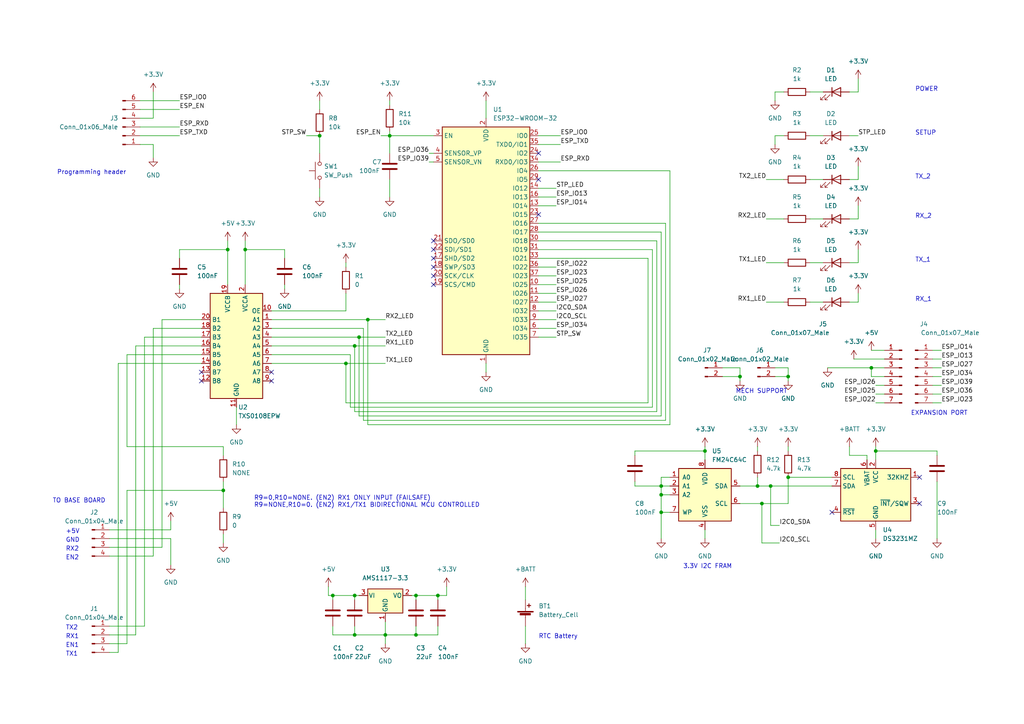
<source format=kicad_sch>
(kicad_sch (version 20211123) (generator eeschema)
  (paper "A4")
  (title_block (title "Modbus RTU mirror side board") (rev "V2"))
  (lib_symbols
    (symbol "Connector:Conn_01x02_Male" (pin_names (offset 1.016) hide)
      (property "Reference" "J" (at 0 2.54 0))
      (property "Value" "Conn_01x02_Male" (at 0 -5.08 0))
      (symbol "Conn_01x02_Male_1_1"
        (polyline (pts (xy 1.27 -2.54) (xy 0.8636 -2.54)) (stroke (width 0.1524)))
        (polyline (pts (xy 1.27 0) (xy 0.8636 0)) (stroke (width 0.1524)))
        (rectangle (start 0.8636 -2.413) (end 0 -2.667) (stroke (width 0.1524)) (fill (type outline)))
        (rectangle (start 0.8636 0.127) (end 0 -0.127) (stroke (width 0.1524)) (fill (type outline)))
        (pin passive line (at 5.08 0 180) (length 3.81) (name "Pin_1") (number "1"))
        (pin passive line (at 5.08 -2.54 180) (length 3.81) (name "Pin_2") (number "2"))
      )
    )
    (symbol "Connector:Conn_01x04_Male" (pin_names (offset 1.016) hide)
      (property "Reference" "J" (at 0 5.08 0))
      (property "Value" "Conn_01x04_Male" (at 0 -7.62 0))
      (symbol "Conn_01x04_Male_1_1"
        (polyline (pts (xy 1.27 -5.08) (xy 0.8636 -5.08)) (stroke (width 0.1524)))
        (polyline (pts (xy 1.27 -2.54) (xy 0.8636 -2.54)) (stroke (width 0.1524)))
        (polyline (pts (xy 1.27 0) (xy 0.8636 0)) (stroke (width 0.1524)))
        (polyline (pts (xy 1.27 2.54) (xy 0.8636 2.54)) (stroke (width 0.1524)))
        (rectangle (start 0.8636 -4.953) (end 0 -5.207) (stroke (width 0.1524)) (fill (type outline)))
        (rectangle (start 0.8636 -2.413) (end 0 -2.667) (stroke (width 0.1524)) (fill (type outline)))
        (rectangle (start 0.8636 0.127) (end 0 -0.127) (stroke (width 0.1524)) (fill (type outline)))
        (rectangle (start 0.8636 2.667) (end 0 2.413) (stroke (width 0.1524)) (fill (type outline)))
        (pin passive line (at 5.08 2.54 180) (length 3.81) (name "Pin_1") (number "1"))
        (pin passive line (at 5.08 0 180) (length 3.81) (name "Pin_2") (number "2"))
        (pin passive line (at 5.08 -2.54 180) (length 3.81) (name "Pin_3") (number "3"))
        (pin passive line (at 5.08 -5.08 180) (length 3.81) (name "Pin_4") (number "4"))
      )
    )
    (symbol "Connector:Conn_01x06_Male" (pin_names (offset 1.016) hide)
      (property "Reference" "J" (at 0 7.62 0))
      (property "Value" "Conn_01x06_Male" (at 0 -10.16 0))
      (symbol "Conn_01x06_Male_1_1"
        (polyline (pts (xy 1.27 -7.62) (xy 0.8636 -7.62)) (stroke (width 0.1524)))
        (polyline (pts (xy 1.27 -5.08) (xy 0.8636 -5.08)) (stroke (width 0.1524)))
        (polyline (pts (xy 1.27 -2.54) (xy 0.8636 -2.54)) (stroke (width 0.1524)))
        (polyline (pts (xy 1.27 0) (xy 0.8636 0)) (stroke (width 0.1524)))
        (polyline (pts (xy 1.27 2.54) (xy 0.8636 2.54)) (stroke (width 0.1524)))
        (polyline (pts (xy 1.27 5.08) (xy 0.8636 5.08)) (stroke (width 0.1524)))
        (rectangle (start 0.8636 -7.493) (end 0 -7.747) (stroke (width 0.1524)) (fill (type outline)))
        (rectangle (start 0.8636 -4.953) (end 0 -5.207) (stroke (width 0.1524)) (fill (type outline)))
        (rectangle (start 0.8636 -2.413) (end 0 -2.667) (stroke (width 0.1524)) (fill (type outline)))
        (rectangle (start 0.8636 0.127) (end 0 -0.127) (stroke (width 0.1524)) (fill (type outline)))
        (rectangle (start 0.8636 2.667) (end 0 2.413) (stroke (width 0.1524)) (fill (type outline)))
        (rectangle (start 0.8636 5.207) (end 0 4.953) (stroke (width 0.1524)) (fill (type outline)))
        (pin passive line (at 5.08 5.08 180) (length 3.81) (name "Pin_1") (number "1"))
        (pin passive line (at 5.08 2.54 180) (length 3.81) (name "Pin_2") (number "2"))
        (pin passive line (at 5.08 0 180) (length 3.81) (name "Pin_3") (number "3"))
        (pin passive line (at 5.08 -2.54 180) (length 3.81) (name "Pin_4") (number "4"))
        (pin passive line (at 5.08 -5.08 180) (length 3.81) (name "Pin_5") (number "5"))
        (pin passive line (at 5.08 -7.62 180) (length 3.81) (name "Pin_6") (number "6"))
      )
    )
    (symbol "Connector:Conn_01x07_Male" (pin_names (offset 1.016) hide)
      (property "Reference" "J" (at 0 10.16 0))
      (property "Value" "Conn_01x07_Male" (at 0 -10.16 0))
      (symbol "Conn_01x07_Male_1_1"
        (polyline (pts (xy 1.27 -7.62) (xy 0.8636 -7.62)) (stroke (width 0.1524)))
        (polyline (pts (xy 1.27 -5.08) (xy 0.8636 -5.08)) (stroke (width 0.1524)))
        (polyline (pts (xy 1.27 -2.54) (xy 0.8636 -2.54)) (stroke (width 0.1524)))
        (polyline (pts (xy 1.27 0) (xy 0.8636 0)) (stroke (width 0.1524)))
        (polyline (pts (xy 1.27 2.54) (xy 0.8636 2.54)) (stroke (width 0.1524)))
        (polyline (pts (xy 1.27 5.08) (xy 0.8636 5.08)) (stroke (width 0.1524)))
        (polyline (pts (xy 1.27 7.62) (xy 0.8636 7.62)) (stroke (width 0.1524)))
        (rectangle (start 0.8636 -7.493) (end 0 -7.747) (stroke (width 0.1524)) (fill (type outline)))
        (rectangle (start 0.8636 -4.953) (end 0 -5.207) (stroke (width 0.1524)) (fill (type outline)))
        (rectangle (start 0.8636 -2.413) (end 0 -2.667) (stroke (width 0.1524)) (fill (type outline)))
        (rectangle (start 0.8636 0.127) (end 0 -0.127) (stroke (width 0.1524)) (fill (type outline)))
        (rectangle (start 0.8636 2.667) (end 0 2.413) (stroke (width 0.1524)) (fill (type outline)))
        (rectangle (start 0.8636 5.207) (end 0 4.953) (stroke (width 0.1524)) (fill (type outline)))
        (rectangle (start 0.8636 7.747) (end 0 7.493) (stroke (width 0.1524)) (fill (type outline)))
        (pin passive line (at 5.08 7.62 180) (length 3.81) (name "Pin_1") (number "1"))
        (pin passive line (at 5.08 5.08 180) (length 3.81) (name "Pin_2") (number "2"))
        (pin passive line (at 5.08 2.54 180) (length 3.81) (name "Pin_3") (number "3"))
        (pin passive line (at 5.08 0 180) (length 3.81) (name "Pin_4") (number "4"))
        (pin passive line (at 5.08 -2.54 180) (length 3.81) (name "Pin_5") (number "5"))
        (pin passive line (at 5.08 -5.08 180) (length 3.81) (name "Pin_6") (number "6"))
        (pin passive line (at 5.08 -7.62 180) (length 3.81) (name "Pin_7") (number "7"))
      )
    )
    (symbol "Device:Battery_Cell" (pin_numbers hide) (pin_names (offset 0) hide)
      (property "Reference" "BT" (at 2.54 2.54 0))
      (property "Value" "Battery_Cell" (at 2.54 0 0))
      (symbol "Battery_Cell_0_1"
        (rectangle (start -2.286 1.778) (end 2.286 1.524) (fill (type outline)))
        (rectangle (start -1.5748 1.1938) (end 1.4732 0.6858) (fill (type outline)))
        (polyline (pts (xy 0 0.762) (xy 0 0)))
        (polyline (pts (xy 0 1.778) (xy 0 2.54)))
        (polyline (pts (xy 0.508 3.429) (xy 1.524 3.429)) (stroke (width 0.254)))
        (polyline (pts (xy 1.016 3.937) (xy 1.016 2.921)) (stroke (width 0.254)))
      )
      (symbol "Battery_Cell_1_1"
        (pin passive line (at 0 5.08 270) (length 2.54) (name "+") (number "1"))
        (pin passive line (at 0 -2.54 90) (length 2.54) (name "-") (number "2"))
      )
    )
    (symbol "Device:C" (pin_numbers hide) (pin_names (offset 0.254))
      (property "Reference" "C" (at 0.635 2.54 0))
      (property "Value" "C" (at 0.635 -2.54 0))
      (symbol "C_0_1"
        (polyline (pts (xy -2.032 -0.762) (xy 2.032 -0.762)) (stroke (width 0.508)))
        (polyline (pts (xy -2.032 0.762) (xy 2.032 0.762)) (stroke (width 0.508)))
      )
      (symbol "C_1_1"
        (pin passive line (at 0 3.81 270) (length 2.794) (name "~") (number "1"))
        (pin passive line (at 0 -3.81 90) (length 2.794) (name "~") (number "2"))
      )
    )
    (symbol "Device:LED" (pin_numbers hide) (pin_names (offset 1.016) hide)
      (property "Reference" "D" (at 0 2.54 0))
      (property "Value" "LED" (at 0 -2.54 0))
      (symbol "LED_0_1"
        (polyline (pts (xy -1.27 -1.27) (xy -1.27 1.27)) (stroke (width 0.254)))
        (polyline (pts (xy -1.27 0) (xy 1.27 0)))
        (polyline (pts (xy 1.27 -1.27) (xy 1.27 1.27) (xy -1.27 0) (xy 1.27 -1.27)) (stroke (width 0.254)))
        (polyline (pts (xy -3.048 -0.762) (xy -4.572 -2.286) (xy -3.81 -2.286) (xy -4.572 -2.286) (xy -4.572 -1.524)))
        (polyline (pts (xy -1.778 -0.762) (xy -3.302 -2.286) (xy -2.54 -2.286) (xy -3.302 -2.286) (xy -3.302 -1.524)))
      )
      (symbol "LED_1_1"
        (pin passive line (at -3.81 0 0) (length 2.54) (name "K") (number "1"))
        (pin passive line (at 3.81 0 180) (length 2.54) (name "A") (number "2"))
      )
    )
    (symbol "Device:R" (pin_numbers hide) (pin_names (offset 0))
      (property "Reference" "R" (at 2.032 0 90))
      (property "Value" "R" (at 0 0 90))
      (symbol "R_0_1"
        (rectangle (start -1.016 -2.54) (end 1.016 2.54) (stroke (width 0.254)))
      )
      (symbol "R_1_1"
        (pin passive line (at 0 3.81 270) (length 1.27) (name "~") (number "1"))
        (pin passive line (at 0 -3.81 90) (length 1.27) (name "~") (number "2"))
      )
    )
    (symbol "Logic_LevelTranslator:TXS0108EPW"
      (property "Reference" "U" (at -6.35 16.51 0))
      (property "Value" "TXS0108EPW" (at 3.81 16.51 0))
      (symbol "TXS0108EPW_0_1"
        (rectangle (start -7.62 15.24) (end 7.62 -15.24) (stroke (width 0.254)) (fill (type background)))
      )
      (symbol "TXS0108EPW_1_1"
        (pin bidirectional line (at -10.16 7.62 0) (length 2.54) (name "A1") (number "1"))
        (pin input line (at -10.16 10.16 0) (length 2.54) (name "OE") (number "10"))
        (pin power_in line (at 0 -17.78 90) (length 2.54) (name "GND") (number "11"))
        (pin bidirectional line (at 10.16 -10.16 180) (length 2.54) (name "B8") (number "12"))
        (pin bidirectional line (at 10.16 -7.62 180) (length 2.54) (name "B7") (number "13"))
        (pin bidirectional line (at 10.16 -5.08 180) (length 2.54) (name "B6") (number "14"))
        (pin bidirectional line (at 10.16 -2.54 180) (length 2.54) (name "B5") (number "15"))
        (pin bidirectional line (at 10.16 0 180) (length 2.54) (name "B4") (number "16"))
        (pin bidirectional line (at 10.16 2.54 180) (length 2.54) (name "B3") (number "17"))
        (pin bidirectional line (at 10.16 5.08 180) (length 2.54) (name "B2") (number "18"))
        (pin power_in line (at 2.54 17.78 270) (length 2.54) (name "VCCB") (number "19"))
        (pin power_in line (at -2.54 17.78 270) (length 2.54) (name "VCCA") (number "2"))
        (pin bidirectional line (at 10.16 7.62 180) (length 2.54) (name "B1") (number "20"))
        (pin bidirectional line (at -10.16 5.08 0) (length 2.54) (name "A2") (number "3"))
        (pin bidirectional line (at -10.16 2.54 0) (length 2.54) (name "A3") (number "4"))
        (pin bidirectional line (at -10.16 0 0) (length 2.54) (name "A4") (number "5"))
        (pin bidirectional line (at -10.16 -2.54 0) (length 2.54) (name "A5") (number "6"))
        (pin bidirectional line (at -10.16 -5.08 0) (length 2.54) (name "A6") (number "7"))
        (pin bidirectional line (at -10.16 -7.62 0) (length 2.54) (name "A7") (number "8"))
        (pin bidirectional line (at -10.16 -10.16 0) (length 2.54) (name "A8") (number "9"))
      )
    )
    (symbol "Memory_NVRAM:FM24C64C" (pin_names (offset 1.016))
      (property "Reference" "U" (at -5.08 8.89 0))
      (property "Value" "FM24C64C" (at 6.35 -8.89 0))
      (symbol "FM24C64C_0_1"
        (rectangle (start -7.62 7.62) (end 7.62 -7.62) (stroke (width 0.254)) (fill (type background)))
      )
      (symbol "FM24C64C_1_1"
        (pin input line (at -10.16 5.08 0) (length 2.54) (name "A0") (number "1"))
        (pin input line (at -10.16 2.54 0) (length 2.54) (name "A1") (number "2"))
        (pin input line (at -10.16 0 0) (length 2.54) (name "A2") (number "3"))
        (pin power_in line (at 0 -10.16 90) (length 2.54) (name "VSS") (number "4"))
        (pin bidirectional line (at 10.16 2.54 180) (length 2.54) (name "SDA") (number "5"))
        (pin input line (at 10.16 -2.54 180) (length 2.54) (name "SCL") (number "6"))
        (pin input line (at -10.16 -5.08 0) (length 2.54) (name "WP") (number "7"))
        (pin power_in line (at 0 10.16 270) (length 2.54) (name "VDD") (number "8"))
      )
    )
    (symbol "RF_Module:ESP32-WROOM-32"
      (property "Reference" "U" (at -12.7 34.29 0))
      (property "Value" "ESP32-WROOM-32" (at 1.27 34.29 0))
      (symbol "ESP32-WROOM-32_0_1"
        (rectangle (start -12.7 33.02) (end 12.7 -33.02) (stroke (width 0.254)) (fill (type background)))
      )
      (symbol "ESP32-WROOM-32_1_1"
        (pin power_in line (at 0 -35.56 90) (length 2.54) (name "GND") (number "1"))
        (pin bidirectional line (at 15.24 -12.7 180) (length 2.54) (name "IO25") (number "10"))
        (pin bidirectional line (at 15.24 -15.24 180) (length 2.54) (name "IO26") (number "11"))
        (pin bidirectional line (at 15.24 -17.78 180) (length 2.54) (name "IO27") (number "12"))
        (pin bidirectional line (at 15.24 10.16 180) (length 2.54) (name "IO14") (number "13"))
        (pin bidirectional line (at 15.24 15.24 180) (length 2.54) (name "IO12") (number "14"))
        (pin passive line (at 0 -35.56 90) (length 2.54) hide (name "GND") (number "15"))
        (pin bidirectional line (at 15.24 12.7 180) (length 2.54) (name "IO13") (number "16"))
        (pin bidirectional line (at -15.24 -5.08 0) (length 2.54) (name "SHD/SD2") (number "17"))
        (pin bidirectional line (at -15.24 -7.62 0) (length 2.54) (name "SWP/SD3") (number "18"))
        (pin bidirectional line (at -15.24 -12.7 0) (length 2.54) (name "SCS/CMD") (number "19"))
        (pin power_in line (at 0 35.56 270) (length 2.54) (name "VDD") (number "2"))
        (pin bidirectional line (at -15.24 -10.16 0) (length 2.54) (name "SCK/CLK") (number "20"))
        (pin bidirectional line (at -15.24 0 0) (length 2.54) (name "SDO/SD0") (number "21"))
        (pin bidirectional line (at -15.24 -2.54 0) (length 2.54) (name "SDI/SD1") (number "22"))
        (pin bidirectional line (at 15.24 7.62 180) (length 2.54) (name "IO15") (number "23"))
        (pin bidirectional line (at 15.24 25.4 180) (length 2.54) (name "IO2") (number "24"))
        (pin bidirectional line (at 15.24 30.48 180) (length 2.54) (name "IO0") (number "25"))
        (pin bidirectional line (at 15.24 20.32 180) (length 2.54) (name "IO4") (number "26"))
        (pin bidirectional line (at 15.24 5.08 180) (length 2.54) (name "IO16") (number "27"))
        (pin bidirectional line (at 15.24 2.54 180) (length 2.54) (name "IO17") (number "28"))
        (pin bidirectional line (at 15.24 17.78 180) (length 2.54) (name "IO5") (number "29"))
        (pin input line (at -15.24 30.48 0) (length 2.54) (name "EN") (number "3"))
        (pin bidirectional line (at 15.24 0 180) (length 2.54) (name "IO18") (number "30"))
        (pin bidirectional line (at 15.24 -2.54 180) (length 2.54) (name "IO19") (number "31"))
        (pin no_connect line (at -12.7 -27.94 0) (length 2.54) hide (name "NC") (number "32"))
        (pin bidirectional line (at 15.24 -5.08 180) (length 2.54) (name "IO21") (number "33"))
        (pin bidirectional line (at 15.24 22.86 180) (length 2.54) (name "RXD0/IO3") (number "34"))
        (pin bidirectional line (at 15.24 27.94 180) (length 2.54) (name "TXD0/IO1") (number "35"))
        (pin bidirectional line (at 15.24 -7.62 180) (length 2.54) (name "IO22") (number "36"))
        (pin bidirectional line (at 15.24 -10.16 180) (length 2.54) (name "IO23") (number "37"))
        (pin passive line (at 0 -35.56 90) (length 2.54) hide (name "GND") (number "38"))
        (pin passive line (at 0 -35.56 90) (length 2.54) hide (name "GND") (number "39"))
        (pin input line (at -15.24 25.4 0) (length 2.54) (name "SENSOR_VP") (number "4"))
        (pin input line (at -15.24 22.86 0) (length 2.54) (name "SENSOR_VN") (number "5"))
        (pin input line (at 15.24 -25.4 180) (length 2.54) (name "IO34") (number "6"))
        (pin input line (at 15.24 -27.94 180) (length 2.54) (name "IO35") (number "7"))
        (pin bidirectional line (at 15.24 -20.32 180) (length 2.54) (name "IO32") (number "8"))
        (pin bidirectional line (at 15.24 -22.86 180) (length 2.54) (name "IO33") (number "9"))
      )
    )
    (symbol "Regulator_Linear:AMS1117-3.3" (pin_names (offset 0.254))
      (property "Reference" "U" (at -3.81 3.175 0))
      (property "Value" "AMS1117-3.3" (at 0 3.175 0))
      (symbol "AMS1117-3.3_0_1"
        (rectangle (start -5.08 -5.08) (end 5.08 1.905) (stroke (width 0.254)) (fill (type background)))
      )
      (symbol "AMS1117-3.3_1_1"
        (pin power_in line (at 0 -7.62 90) (length 2.54) (name "GND") (number "1"))
        (pin power_out line (at 7.62 0 180) (length 2.54) (name "VO") (number "2"))
        (pin power_in line (at -7.62 0 0) (length 2.54) (name "VI") (number "3"))
      )
    )
    (symbol "Switch:SW_Push" (pin_numbers hide) (pin_names (offset 1.016) hide)
      (property "Reference" "SW" (at 1.27 2.54 0))
      (property "Value" "SW_Push" (at 0 -1.524 0))
      (symbol "SW_Push_0_1"
        (circle (center -2.032 0) (radius 0.508))
        (polyline (pts (xy 0 1.27) (xy 0 3.048)))
        (polyline (pts (xy 2.54 1.27) (xy -2.54 1.27)))
        (circle (center 2.032 0) (radius 0.508))
        (pin passive line (at -5.08 0 0) (length 2.54) (name "1") (number "1"))
        (pin passive line (at 5.08 0 180) (length 2.54) (name "2") (number "2"))
      )
    )
    (symbol "Timer_RTC:DS3231MZ"
      (property "Reference" "U" (at -7.62 8.89 0))
      (property "Value" "DS3231MZ" (at 11.43 8.89 0))
      (symbol "DS3231MZ_0_1"
        (rectangle (start -10.16 7.62) (end 10.16 -7.62) (stroke (width 0.254)) (fill (type background)))
      )
      (symbol "DS3231MZ_1_1"
        (pin open_collector line (at 12.7 5.08 180) (length 2.54) (name "32KHZ") (number "1"))
        (pin power_in line (at 0 10.16 270) (length 2.54) (name "VCC") (number "2"))
        (pin open_collector line (at 12.7 -2.54 180) (length 2.54) (name "~{INT}/SQW") (number "3"))
        (pin bidirectional line (at -12.7 -5.08 0) (length 2.54) (name "~{RST}") (number "4"))
        (pin power_in line (at 0 -10.16 90) (length 2.54) (name "GND") (number "5"))
        (pin power_in line (at -2.54 10.16 270) (length 2.54) (name "VBAT") (number "6"))
        (pin bidirectional line (at -12.7 2.54 0) (length 2.54) (name "SDA") (number "7"))
        (pin input line (at -12.7 5.08 0) (length 2.54) (name "SCL") (number "8"))
      )
    )
    (symbol "power:+3.3V" (power) (pin_names (offset 0))
      (property "Value" "+3.3V" (at 0 3.556 0))
      (symbol "+3.3V_0_1"
        (polyline (pts (xy -0.762 1.27) (xy 0 2.54)))
        (polyline (pts (xy 0 0) (xy 0 2.54)))
        (polyline (pts (xy 0 2.54) (xy 0.762 1.27)))
      )
      (symbol "+3.3V_1_1"
        (pin power_in line (at 0 0 90) (length 0) hide (name "+3.3V") (number "1"))
      )
    )
    (symbol "power:+5V" (power) (pin_names (offset 0))
      (property "Value" "+5V" (at 0 3.556 0))
      (symbol "+5V_0_1"
        (polyline (pts (xy -0.762 1.27) (xy 0 2.54)))
        (polyline (pts (xy 0 0) (xy 0 2.54)))
        (polyline (pts (xy 0 2.54) (xy 0.762 1.27)))
      )
      (symbol "+5V_1_1"
        (pin power_in line (at 0 0 90) (length 0) hide (name "+5V") (number "1"))
      )
    )
    (symbol "power:+BATT" (power) (pin_names (offset 0))
      (property "Value" "+BATT" (at 0 3.556 0))
      (symbol "+BATT_0_1"
        (polyline (pts (xy -0.762 1.27) (xy 0 2.54)))
        (polyline (pts (xy 0 0) (xy 0 2.54)))
        (polyline (pts (xy 0 2.54) (xy 0.762 1.27)))
      )
      (symbol "+BATT_1_1"
        (pin power_in line (at 0 0 90) (length 0) hide (name "+BATT") (number "1"))
      )
    )
    (symbol "power:GND" (power) (pin_names (offset 0))
      (property "Value" "GND" (at 0 -3.81 0))
      (symbol "GND_0_1"
        (polyline (pts (xy 0 0) (xy 0 -1.27) (xy 1.27 -1.27) (xy 0 -2.54) (xy -1.27 -1.27) (xy 0 -1.27)))
      )
      (symbol "GND_1_1"
        (pin power_in line (at 0 0 270) (length 0) hide (name "GND") (number "1"))
      )
    )
  )
  (junction (at 223.52 140.97))
  (junction (at 71.12 72.39))
  (junction (at 66.04 72.39))
  (junction (at 120.65 172.72))
  (junction (at 102.87 172.72))
  (junction (at 111.76 184.15))
  (junction (at 127 172.72))
  (junction (at 204.47 130.81))
  (junction (at 104.14 97.79))
  (junction (at 214.63 109.22))
  (junction (at 252.73 106.68))
  (junction (at 228.6 138.43))
  (junction (at 106.68 92.71))
  (junction (at 100.33 105.41))
  (junction (at 254 130.81))
  (junction (at 92.71 39.37))
  (junction (at 102.87 100.33))
  (junction (at 219.71 140.97))
  (junction (at 120.65 184.15))
  (junction (at 113.03 39.37))
  (junction (at 191.77 148.59))
  (junction (at 191.77 140.97))
  (junction (at 191.77 143.51))
  (junction (at 102.87 184.15))
  (junction (at 64.77 142.24))
  (junction (at 220.98 146.05))
  (junction (at 96.52 172.72))
  (junction (at 228.6 109.22))
  (no_connect (at 125.73 82.55))
  (no_connect (at 125.73 80.01))
  (no_connect (at 241.3 148.59))
  (no_connect (at 78.74 107.95))
  (no_connect (at 125.73 77.47))
  (no_connect (at 125.73 74.93))
  (no_connect (at 156.21 62.23))
  (no_connect (at 58.42 107.95))
  (no_connect (at 125.73 69.85))
  (no_connect (at 266.7 138.43))
  (no_connect (at 78.74 110.49))
  (no_connect (at 125.73 72.39))
  (no_connect (at 156.21 52.07))
  (no_connect (at 266.7 146.05))
  (no_connect (at 156.21 44.45))
  (no_connect (at 58.42 110.49))
  (wire (pts (xy 40.64 31.75) (xy 52.07 31.75)))
  (wire (pts (xy 189.23 72.39) (xy 189.23 118.11)))
  (wire (pts (xy 214.63 146.05) (xy 220.98 146.05)))
  (wire (pts (xy 40.64 29.21) (xy 52.07 29.21)))
  (wire (pts (xy 222.25 52.07) (xy 227.33 52.07)))
  (wire (pts (xy 252.73 106.68) (xy 252.73 109.22)))
  (wire (pts (xy 254 129.54) (xy 254 130.81)))
  (wire (pts (xy 270.51 114.3) (xy 273.05 114.3)))
  (wire (pts (xy 224.79 29.21) (xy 224.79 26.67)))
  (wire (pts (xy 254 130.81) (xy 254 133.35)))
  (wire (pts (xy 222.25 76.2) (xy 227.33 76.2)))
  (wire (pts (xy 204.47 153.67) (xy 204.47 156.21)))
  (wire (pts (xy 46.99 92.71) (xy 46.99 158.75)))
  (wire (pts (xy 78.74 102.87) (xy 101.6 102.87)))
  (wire (pts (xy 204.47 130.81) (xy 204.47 133.35)))
  (wire (pts (xy 113.03 39.37) (xy 113.03 44.45)))
  (wire (pts (xy 31.75 153.67) (xy 49.53 153.67)))
  (wire (pts (xy 52.07 82.55) (xy 52.07 83.82)))
  (wire (pts (xy 156.21 77.47) (xy 161.29 77.47)))
  (wire (pts (xy 254 130.81) (xy 271.78 130.81)))
  (wire (pts (xy 248.92 87.63) (xy 248.92 85.09)))
  (wire (pts (xy 44.45 95.25) (xy 58.42 95.25)))
  (wire (pts (xy 102.87 100.33) (xy 111.76 100.33)))
  (wire (pts (xy 101.6 118.11) (xy 189.23 118.11)))
  (wire (pts (xy 44.45 34.29) (xy 44.45 26.67)))
  (wire (pts (xy 82.55 74.93) (xy 82.55 72.39)))
  (wire (pts (xy 224.79 26.67) (xy 227.33 26.67)))
  (wire (pts (xy 156.21 74.93) (xy 187.96 74.93)))
  (wire (pts (xy 96.52 173.99) (xy 96.52 172.72)))
  (wire (pts (xy 156.21 87.63) (xy 161.29 87.63)))
  (wire (pts (xy 270.51 104.14) (xy 273.05 104.14)))
  (wire (pts (xy 106.68 92.71) (xy 111.76 92.71)))
  (wire (pts (xy 46.99 92.71) (xy 58.42 92.71)))
  (wire (pts (xy 31.75 189.23) (xy 34.29 189.23)))
  (wire (pts (xy 105.41 121.92) (xy 193.04 121.92)))
  (wire (pts (xy 191.77 140.97) (xy 191.77 143.51)))
  (wire (pts (xy 52.07 72.39) (xy 66.04 72.39)))
  (wire (pts (xy 102.87 100.33) (xy 102.87 119.38)))
  (wire (pts (xy 156.21 80.01) (xy 161.29 80.01)))
  (wire (pts (xy 31.75 184.15) (xy 39.37 184.15)))
  (wire (pts (xy 36.83 129.54) (xy 64.77 129.54)))
  (wire (pts (xy 78.74 100.33) (xy 102.87 100.33)))
  (wire (pts (xy 246.38 39.37) (xy 248.92 39.37)))
  (wire (pts (xy 234.95 87.63) (xy 238.76 87.63)))
  (wire (pts (xy 96.52 184.15) (xy 102.87 184.15)))
  (wire (pts (xy 92.71 29.21) (xy 92.71 31.75)))
  (wire (pts (xy 113.03 38.1) (xy 113.03 39.37)))
  (wire (pts (xy 111.76 184.15) (xy 111.76 186.69)))
  (wire (pts (xy 64.77 154.94) (xy 64.77 157.48)))
  (wire (pts (xy 78.74 95.25) (xy 105.41 95.25)))
  (wire (pts (xy 254 111.76) (xy 256.54 111.76)))
  (wire (pts (xy 228.6 138.43) (xy 241.3 138.43)))
  (wire (pts (xy 119.38 172.72) (xy 120.65 172.72)))
  (wire (pts (xy 102.87 172.72) (xy 104.14 172.72)))
  (wire (pts (xy 204.47 129.54) (xy 204.47 130.81)))
  (wire (pts (xy 120.65 172.72) (xy 120.65 173.99)))
  (wire (pts (xy 52.07 74.93) (xy 52.07 72.39)))
  (wire (pts (xy 234.95 52.07) (xy 238.76 52.07)))
  (wire (pts (xy 31.75 186.69) (xy 36.83 186.69)))
  (wire (pts (xy 92.71 39.37) (xy 92.71 44.45)))
  (wire (pts (xy 64.77 139.7) (xy 64.77 142.24)))
  (wire (pts (xy 187.96 116.84) (xy 100.33 116.84)))
  (wire (pts (xy 44.45 95.25) (xy 44.45 161.29)))
  (wire (pts (xy 194.31 143.51) (xy 191.77 143.51)))
  (wire (pts (xy 49.53 153.67) (xy 49.53 151.13)))
  (wire (pts (xy 31.75 181.61) (xy 41.91 181.61)))
  (wire (pts (xy 184.15 132.08) (xy 184.15 130.81)))
  (wire (pts (xy 270.51 111.76) (xy 273.05 111.76)))
  (wire (pts (xy 184.15 139.7) (xy 184.15 140.97)))
  (wire (pts (xy 252.73 106.68) (xy 256.54 106.68)))
  (wire (pts (xy 228.6 106.68) (xy 228.6 109.22)))
  (wire (pts (xy 100.33 90.17) (xy 100.33 85.09)))
  (wire (pts (xy 113.03 29.21) (xy 113.03 30.48)))
  (wire (pts (xy 68.58 118.11) (xy 68.58 123.19)))
  (wire (pts (xy 113.03 39.37) (xy 125.73 39.37)))
  (wire (pts (xy 256.54 109.22) (xy 252.73 109.22)))
  (wire (pts (xy 129.54 172.72) (xy 129.54 170.18)))
  (wire (pts (xy 40.64 39.37) (xy 52.07 39.37)))
  (wire (pts (xy 184.15 130.81) (xy 204.47 130.81)))
  (wire (pts (xy 246.38 129.54) (xy 246.38 132.08)))
  (wire (pts (xy 254 116.84) (xy 256.54 116.84)))
  (wire (pts (xy 191.77 120.65) (xy 104.14 120.65)))
  (wire (pts (xy 246.38 132.08) (xy 251.46 132.08)))
  (wire (pts (xy 191.77 138.43) (xy 191.77 140.97)))
  (wire (pts (xy 246.38 26.67) (xy 248.92 26.67)))
  (wire (pts (xy 190.5 119.38) (xy 102.87 119.38)))
  (wire (pts (xy 40.64 36.83) (xy 52.07 36.83)))
  (wire (pts (xy 248.92 26.67) (xy 248.92 22.86)))
  (wire (pts (xy 120.65 184.15) (xy 120.65 181.61)))
  (wire (pts (xy 111.76 184.15) (xy 120.65 184.15)))
  (wire (pts (xy 40.64 41.91) (xy 44.45 41.91)))
  (wire (pts (xy 222.25 63.5) (xy 227.33 63.5)))
  (wire (pts (xy 191.77 140.97) (xy 194.31 140.97)))
  (wire (pts (xy 223.52 152.4) (xy 223.52 140.97)))
  (wire (pts (xy 82.55 82.55) (xy 82.55 83.82)))
  (wire (pts (xy 120.65 184.15) (xy 127 184.15)))
  (wire (pts (xy 191.77 143.51) (xy 191.77 148.59)))
  (wire (pts (xy 78.74 105.41) (xy 100.33 105.41)))
  (wire (pts (xy 78.74 92.71) (xy 106.68 92.71)))
  (wire (pts (xy 106.68 92.71) (xy 106.68 123.19)))
  (wire (pts (xy 127 172.72) (xy 127 173.99)))
  (wire (pts (xy 156.21 57.15) (xy 161.29 57.15)))
  (wire (pts (xy 234.95 63.5) (xy 238.76 63.5)))
  (wire (pts (xy 228.6 146.05) (xy 228.6 138.43)))
  (wire (pts (xy 156.21 49.53) (xy 194.31 49.53)))
  (wire (pts (xy 254 114.3) (xy 256.54 114.3)))
  (wire (pts (xy 209.55 109.22) (xy 214.63 109.22)))
  (wire (pts (xy 187.96 74.93) (xy 187.96 116.84)))
  (wire (pts (xy 246.38 52.07) (xy 248.92 52.07)))
  (wire (pts (xy 224.79 39.37) (xy 224.79 41.91)))
  (wire (pts (xy 246.38 87.63) (xy 248.92 87.63)))
  (wire (pts (xy 78.74 97.79) (xy 104.14 97.79)))
  (wire (pts (xy 246.38 63.5) (xy 248.92 63.5)))
  (wire (pts (xy 41.91 97.79) (xy 58.42 97.79)))
  (wire (pts (xy 71.12 82.55) (xy 71.12 72.39)))
  (wire (pts (xy 34.29 105.41) (xy 34.29 189.23)))
  (wire (pts (xy 100.33 105.41) (xy 100.33 116.84)))
  (wire (pts (xy 220.98 146.05) (xy 220.98 157.48)))
  (wire (pts (xy 88.9 39.37) (xy 92.71 39.37)))
  (wire (pts (xy 152.4 170.18) (xy 152.4 173.99)))
  (wire (pts (xy 36.83 102.87) (xy 58.42 102.87)))
  (wire (pts (xy 152.4 181.61) (xy 152.4 186.69)))
  (wire (pts (xy 156.21 54.61) (xy 161.29 54.61)))
  (wire (pts (xy 219.71 140.97) (xy 219.71 138.43)))
  (wire (pts (xy 156.21 85.09) (xy 161.29 85.09)))
  (wire (pts (xy 64.77 142.24) (xy 64.77 147.32)))
  (wire (pts (xy 39.37 100.33) (xy 39.37 184.15)))
  (wire (pts (xy 214.63 106.68) (xy 214.63 109.22)))
  (wire (pts (xy 246.38 76.2) (xy 248.92 76.2)))
  (wire (pts (xy 127 184.15) (xy 127 181.61)))
  (wire (pts (xy 228.6 129.54) (xy 228.6 130.81)))
  (wire (pts (xy 194.31 123.19) (xy 106.68 123.19)))
  (wire (pts (xy 156.21 64.77) (xy 193.04 64.77)))
  (wire (pts (xy 78.74 90.17) (xy 100.33 90.17)))
  (wire (pts (xy 247.65 104.14) (xy 256.54 104.14)))
  (wire (pts (xy 184.15 140.97) (xy 191.77 140.97)))
  (wire (pts (xy 220.98 146.05) (xy 228.6 146.05)))
  (wire (pts (xy 124.46 46.99) (xy 125.73 46.99)))
  (wire (pts (xy 270.51 106.68) (xy 273.05 106.68)))
  (wire (pts (xy 219.71 140.97) (xy 223.52 140.97)))
  (wire (pts (xy 31.75 156.21) (xy 49.53 156.21)))
  (wire (pts (xy 92.71 54.61) (xy 92.71 57.15)))
  (wire (pts (xy 190.5 69.85) (xy 190.5 119.38)))
  (wire (pts (xy 105.41 95.25) (xy 105.41 121.92)))
  (wire (pts (xy 194.31 148.59) (xy 191.77 148.59)))
  (wire (pts (xy 156.21 82.55) (xy 161.29 82.55)))
  (wire (pts (xy 66.04 69.85) (xy 66.04 72.39)))
  (wire (pts (xy 96.52 172.72) (xy 102.87 172.72)))
  (wire (pts (xy 95.25 170.18) (xy 95.25 172.72)))
  (wire (pts (xy 191.77 67.31) (xy 191.77 120.65)))
  (wire (pts (xy 49.53 156.21) (xy 49.53 163.83)))
  (wire (pts (xy 248.92 63.5) (xy 248.92 59.69)))
  (wire (pts (xy 248.92 52.07) (xy 248.92 48.26)))
  (wire (pts (xy 111.76 180.34) (xy 111.76 184.15)))
  (wire (pts (xy 96.52 181.61) (xy 96.52 184.15)))
  (wire (pts (xy 220.98 157.48) (xy 226.06 157.48)))
  (wire (pts (xy 156.21 41.91) (xy 162.56 41.91)))
  (wire (pts (xy 156.21 67.31) (xy 191.77 67.31)))
  (wire (pts (xy 228.6 109.22) (xy 228.6 110.49)))
  (wire (pts (xy 140.97 105.41) (xy 140.97 107.95)))
  (wire (pts (xy 101.6 102.87) (xy 101.6 118.11)))
  (wire (pts (xy 209.55 106.68) (xy 214.63 106.68)))
  (wire (pts (xy 96.52 172.72) (xy 95.25 172.72)))
  (wire (pts (xy 270.51 101.6) (xy 273.05 101.6)))
  (wire (pts (xy 39.37 100.33) (xy 58.42 100.33)))
  (wire (pts (xy 224.79 106.68) (xy 228.6 106.68)))
  (wire (pts (xy 31.75 158.75) (xy 46.99 158.75)))
  (wire (pts (xy 156.21 90.17) (xy 161.29 90.17)))
  (wire (pts (xy 66.04 72.39) (xy 66.04 82.55)))
  (wire (pts (xy 104.14 97.79) (xy 111.76 97.79)))
  (wire (pts (xy 240.03 106.68) (xy 252.73 106.68)))
  (wire (pts (xy 44.45 41.91) (xy 44.45 45.72)))
  (wire (pts (xy 234.95 26.67) (xy 238.76 26.67)))
  (wire (pts (xy 270.51 116.84) (xy 273.05 116.84)))
  (wire (pts (xy 156.21 69.85) (xy 190.5 69.85)))
  (wire (pts (xy 248.92 76.2) (xy 248.92 72.39)))
  (wire (pts (xy 234.95 39.37) (xy 238.76 39.37)))
  (wire (pts (xy 227.33 39.37) (xy 224.79 39.37)))
  (wire (pts (xy 100.33 76.2) (xy 100.33 77.47)))
  (wire (pts (xy 36.83 102.87) (xy 36.83 129.54)))
  (wire (pts (xy 254 153.67) (xy 254 156.21)))
  (wire (pts (xy 251.46 132.08) (xy 251.46 133.35)))
  (wire (pts (xy 102.87 172.72) (xy 102.87 173.99)))
  (wire (pts (xy 223.52 140.97) (xy 241.3 140.97)))
  (wire (pts (xy 156.21 46.99) (xy 162.56 46.99)))
  (wire (pts (xy 127 172.72) (xy 129.54 172.72)))
  (wire (pts (xy 219.71 129.54) (xy 219.71 130.81)))
  (wire (pts (xy 36.83 142.24) (xy 36.83 186.69)))
  (wire (pts (xy 113.03 52.07) (xy 113.03 57.15)))
  (wire (pts (xy 214.63 140.97) (xy 219.71 140.97)))
  (wire (pts (xy 156.21 39.37) (xy 162.56 39.37)))
  (wire (pts (xy 100.33 105.41) (xy 111.76 105.41)))
  (wire (pts (xy 71.12 69.85) (xy 71.12 72.39)))
  (wire (pts (xy 224.79 109.22) (xy 228.6 109.22)))
  (wire (pts (xy 271.78 139.7) (xy 271.78 156.21)))
  (wire (pts (xy 140.97 29.21) (xy 140.97 34.29)))
  (wire (pts (xy 71.12 72.39) (xy 82.55 72.39)))
  (wire (pts (xy 104.14 97.79) (xy 104.14 120.65)))
  (wire (pts (xy 40.64 34.29) (xy 44.45 34.29)))
  (wire (pts (xy 120.65 172.72) (xy 127 172.72)))
  (wire (pts (xy 156.21 72.39) (xy 189.23 72.39)))
  (wire (pts (xy 226.06 152.4) (xy 223.52 152.4)))
  (wire (pts (xy 156.21 95.25) (xy 161.29 95.25)))
  (wire (pts (xy 222.25 87.63) (xy 227.33 87.63)))
  (wire (pts (xy 191.77 148.59) (xy 191.77 156.21)))
  (wire (pts (xy 271.78 130.81) (xy 271.78 132.08)))
  (wire (pts (xy 156.21 97.79) (xy 161.29 97.79)))
  (wire (pts (xy 110.49 39.37) (xy 113.03 39.37)))
  (wire (pts (xy 64.77 132.08) (xy 64.77 129.54)))
  (wire (pts (xy 102.87 181.61) (xy 102.87 184.15)))
  (wire (pts (xy 270.51 109.22) (xy 273.05 109.22)))
  (wire (pts (xy 31.75 161.29) (xy 44.45 161.29)))
  (wire (pts (xy 41.91 97.79) (xy 41.91 181.61)))
  (wire (pts (xy 252.73 101.6) (xy 256.54 101.6)))
  (wire (pts (xy 193.04 64.77) (xy 193.04 121.92)))
  (wire (pts (xy 194.31 138.43) (xy 191.77 138.43)))
  (wire (pts (xy 36.83 142.24) (xy 64.77 142.24)))
  (wire (pts (xy 194.31 49.53) (xy 194.31 123.19)))
  (wire (pts (xy 234.95 76.2) (xy 238.76 76.2)))
  (wire (pts (xy 102.87 184.15) (xy 111.76 184.15)))
  (wire (pts (xy 34.29 105.41) (xy 58.42 105.41)))
  (wire (pts (xy 214.63 109.22) (xy 214.63 110.49)))
  (wire (pts (xy 124.46 44.45) (xy 125.73 44.45)))
  (wire (pts (xy 156.21 92.71) (xy 161.29 92.71)))
  (wire (pts (xy 156.21 59.69) (xy 161.29 59.69)))
  (text "EXPANSION PORT" (at 264.16 120.65 0) (effects (font (size 1.27 1.27)) (justify left bottom)))
  (text "TO BASE BOARD" (at 15.24 146.05 0) (effects (font (size 1.27 1.27)) (justify left bottom)))
  (text "RX1" (at 19.05 185.42 0) (effects (font (size 1.27 1.27)) (justify left bottom)))
  (text "TX_2" (at 265.43 52.07 0) (effects (font (size 1.27 1.27)) (justify left bottom)))
  (text "EN2" (at 19.05 162.56 0) (effects (font (size 1.27 1.27)) (justify left bottom)))
  (text "RX2" (at 19.05 160.02 0) (effects (font (size 1.27 1.27)) (justify left bottom)))
  (text "MECH SUPPORT" (at 213.36 114.3 0) (effects (font (size 1.27 1.27)) (justify left bottom)))
  (text "RTC Battery" (at 156.21 185.42 0) (effects (font (size 1.27 1.27)) (justify left bottom)))
  (text "EN1" (at 19.05 187.96 0) (effects (font (size 1.27 1.27)) (justify left bottom)))
  (text "R9=0,R10=NONE. (EN2) RX1 ONLY INPUT (FAILSAFE)\nR9=NONE,R10=0. (EN2) RX1/TX1 BIDIRECTIONAL MCU CONTROLLED" (at 73.66 147.32 0) (effects (font (size 1.27 1.27)) (justify left bottom)))
  (text "TX2" (at 19.05 182.88 0) (effects (font (size 1.27 1.27)) (justify left bottom)))
  (text "GND" (at 19.05 157.48 0) (effects (font (size 1.27 1.27)) (justify left bottom)))
  (text "SETUP" (at 265.43 39.37 0) (effects (font (size 1.27 1.27)) (justify left bottom)))
  (text "Programming header" (at 16.51 50.8 0) (effects (font (size 1.27 1.27)) (justify left bottom)))
  (text "+5V" (at 19.05 154.94 0) (effects (font (size 1.27 1.27)) (justify left bottom)))
  (text "3.3V I2C FRAM" (at 198.12 165.1 0) (effects (font (size 1.27 1.27)) (justify left bottom)))
  (text "RX_1" (at 265.43 87.63 0) (effects (font (size 1.27 1.27)) (justify left bottom)))
  (text "TX_1" (at 265.43 76.2 0) (effects (font (size 1.27 1.27)) (justify left bottom)))
  (text "TX1" (at 19.05 190.5 0) (effects (font (size 1.27 1.27)) (justify left bottom)))
  (text "POWER" (at 265.43 26.67 0) (effects (font (size 1.27 1.27)) (justify left bottom)))
  (text "RX_2" (at 265.43 63.5 0) (effects (font (size 1.27 1.27)) (justify left bottom)))
  (label "ESP_TXD" (at 162.56 41.91 0))
  (label "STP_SW" (at 161.29 97.79 0))
  (label "ESP_IO22" (at 161.29 77.47 0))
  (label "TX2_LED" (at 111.76 97.79 0))
  (label "ESP_IO34" (at 273.05 109.22 0))
  (label "ESP_IO39" (at 273.05 111.76 0))
  (label "RX1_LED" (at 111.76 100.33 0))
  (label "ESP_EN" (at 52.07 31.75 0))
  (label "ESP_IO27" (at 273.05 106.68 0))
  (label "I2C0_SDA" (at 226.06 152.4 0))
  (label "ESP_RXD" (at 162.56 46.99 0))
  (label "RX2_LED" (at 222.25 63.5 180))
  (label "ESP_EN" (at 110.49 39.37 180))
  (label "TX2_LED" (at 222.25 52.07 180))
  (label "ESP_IO25" (at 161.29 82.55 0))
  (label "RX1_LED" (at 222.25 87.63 180))
  (label "ESP_IO13" (at 273.05 104.14 0))
  (label "ESP_IO0" (at 52.07 29.21 0))
  (label "ESP_IO0" (at 162.56 39.37 0))
  (label "ESP_IO23" (at 161.29 80.01 0))
  (label "ESP_IO36" (at 124.46 44.45 180))
  (label "STP_LED" (at 161.29 54.61 0))
  (label "ESP_IO34" (at 161.29 95.25 0))
  (label "ESP_IO39" (at 124.46 46.99 180))
  (label "ESP_IO26" (at 161.29 85.09 0))
  (label "I2C0_SCL" (at 161.29 92.71 0))
  (label "ESP_RXD" (at 52.07 36.83 0))
  (label "ESP_IO36" (at 273.05 114.3 0))
  (label "I2C0_SDA" (at 161.29 90.17 0))
  (label "STP_SW" (at 88.9 39.37 180))
  (label "STP_LED" (at 248.92 39.37 0))
  (label "TX1_LED" (at 111.76 105.41 0))
  (label "ESP_IO26" (at 254 111.76 180))
  (label "ESP_IO14" (at 161.29 59.69 0))
  (label "ESP_IO13" (at 161.29 57.15 0))
  (label "ESP_IO25" (at 254 114.3 180))
  (label "I2C0_SCL" (at 226.06 157.48 0))
  (label "ESP_IO27" (at 161.29 87.63 0))
  (label "ESP_IO22" (at 254 116.84 180))
  (label "ESP_IO23" (at 273.05 116.84 0))
  (label "RX2_LED" (at 111.76 92.71 0))
  (label "TX1_LED" (at 222.25 76.2 180))
  (label "ESP_TXD" (at 52.07 39.37 0))
  (label "ESP_IO14" (at 273.05 101.6 0))
  (symbol (lib_id "power:+3.3V") (at 100.33 76.2 0) (unit 1)
    (property "Reference" "#PWR0113" (effects hide))
    (property "Value" "+3.3V" (at 100.33 71.12 0))
  )
  (symbol (lib_id "power:GND") (at 92.71 57.15 0) (unit 1)
    (property "Reference" "#PWR0129" (effects hide))
    (property "Value" "GND" (at 92.71 62.23 0))
  )
  (symbol (lib_id "Device:R") (at 113.03 34.29 0) (unit 1)
    (property "Reference" "R11" (at 115.57 33.0199 0) (effects (justify left)))
    (property "Value" "10k" (at 115.57 35.5599 0) (effects (justify left)))
    (property "Footprint" "Resistor_SMD:R_0805_2012Metric_Pad1.20x1.40mm_HandSolder" (effects hide))
  )
  (symbol (lib_id "power:+3.3V") (at 254 129.54 0) (unit 1)
    (property "Reference" "#PWR0121" (effects hide))
    (property "Value" "+3.3V" (at 254 124.46 0))
  )
  (symbol (lib_id "power:+5V") (at 95.25 170.18 0) (unit 1)
    (property "Reference" "#PWR0105" (effects hide))
    (property "Value" "+5V" (at 95.25 165.1 0))
  )
  (symbol (lib_id "Device:C") (at 96.52 177.8 0) (unit 1)
    (property "Reference" "C1" (at 96.52 187.96 0) (effects (justify left)))
    (property "Value" "100nF" (at 96.52 190.5 0) (effects (justify left)))
    (property "Footprint" "Capacitor_SMD:C_0805_2012Metric_Pad1.18x1.45mm_HandSolder" (effects hide))
  )
  (symbol (lib_id "Device:C") (at 82.55 78.74 0) (unit 1)
    (property "Reference" "C6" (at 87.63 77.47 0) (effects (justify left)))
    (property "Value" "100nF" (at 87.63 80.01 0) (effects (justify left)))
    (property "Footprint" "Capacitor_SMD:C_0805_2012Metric_Pad1.18x1.45mm_HandSolder" (effects hide))
  )
  (symbol (lib_id "power:+5V") (at 66.04 69.85 0) (unit 1)
    (property "Reference" "#PWR0106" (effects hide))
    (property "Value" "+5V" (at 66.04 64.77 0))
  )
  (symbol (lib_id "Connector:Conn_01x06_Male") (at 35.56 36.83 0) (mirror x) (unit 1)
    (property "Reference" "J3" (at 34.29 34.2899 0) (effects (justify right)))
    (property "Value" "Conn_01x06_Male" (at 34.29 36.8299 0) (effects (justify right)))
    (property "Footprint" "Connector_PinHeader_2.54mm:PinHeader_1x06_P2.54mm_Vertical" (effects hide))
  )
  (symbol (lib_id "power:GND") (at 254 156.21 0) (unit 1)
    (property "Reference" "#PWR0125" (effects hide))
    (property "Value" "GND" (at 254 161.29 0))
  )
  (symbol (lib_id "Device:C") (at 102.87 177.8 0) (unit 1)
    (property "Reference" "C2" (at 102.87 187.96 0) (effects (justify left)))
    (property "Value" "22uF" (at 102.87 190.5 0) (effects (justify left)))
    (property "Footprint" "Capacitor_SMD:C_0805_2012Metric_Pad1.18x1.45mm_HandSolder" (effects hide))
  )
  (symbol (lib_id "power:GND") (at 52.07 83.82 0) (unit 1)
    (property "Reference" "#PWR0111" (effects hide))
    (property "Value" "GND" (at 52.07 88.9 0))
  )
  (symbol (lib_id "Device:LED") (at 242.57 87.63 0) (unit 1)
    (property "Reference" "D6" (at 240.9825 81.28 0))
    (property "Value" "LED" (at 240.9825 83.82 0))
    (property "Footprint" "LED_THT_horizontal_holder:LED_D3.0mm_4.5x9.5mm" (effects hide))
  )
  (symbol (lib_id "Device:LED") (at 242.57 63.5 0) (unit 1)
    (property "Reference" "D4" (at 240.9825 57.15 0))
    (property "Value" "LED" (at 240.9825 59.69 0))
    (property "Footprint" "LED_THT_horizontal_holder:LED_D3.0mm_4.5x9.5mm" (effects hide))
  )
  (symbol (lib_id "Device:Battery_Cell") (at 152.4 179.07 0) (unit 1)
    (property "Reference" "BT1" (at 156.21 175.7679 0) (effects (justify left)))
    (property "Value" "Battery_Cell" (at 156.21 178.3079 0) (effects (justify left)))
    (property "Footprint" "Battery_rtc:CR2032_Vertical_CircularHoles" (effects hide))
  )
  (symbol (lib_id "Device:C") (at 127 177.8 0) (unit 1)
    (property "Reference" "C4" (at 127 187.96 0) (effects (justify left)))
    (property "Value" "100nF" (at 127 190.5 0) (effects (justify left)))
    (property "Footprint" "Capacitor_SMD:C_0805_2012Metric_Pad1.18x1.45mm_HandSolder" (effects hide))
  )
  (symbol (lib_id "power:+5V") (at 49.53 151.13 0) (unit 1)
    (property "Reference" "#PWR0104" (effects hide))
    (property "Value" "+5V" (at 49.53 146.05 0))
  )
  (symbol (lib_id "power:+3.3V") (at 71.12 69.85 0) (unit 1)
    (property "Reference" "#PWR0108" (effects hide))
    (property "Value" "+3.3V" (at 71.12 64.77 0))
  )
  (symbol (lib_id "power:GND") (at 64.77 157.48 0) (unit 1)
    (property "Reference" "#PWR0132" (effects hide))
    (property "Value" "GND" (at 64.77 162.56 0))
  )
  (symbol (lib_id "Device:R") (at 100.33 81.28 0) (unit 1)
    (property "Reference" "R1" (at 102.87 80.0099 0) (effects (justify left)))
    (property "Value" "0" (at 102.87 82.5499 0) (effects (justify left)))
    (property "Footprint" "Resistor_SMD:R_0805_2012Metric_Pad1.20x1.40mm_HandSolder" (effects hide))
  )
  (symbol (lib_id "Switch:SW_Push") (at 92.71 49.53 90) (mirror x) (unit 1)
    (property "Reference" "SW1" (at 93.98 48.2599 90) (effects (justify right)))
    (property "Value" "SW_Push" (at 93.98 50.7999 90) (effects (justify right)))
    (property "Footprint" "Button_Switch_THT:SW_Tactile_SPST_Angled_PTS645Vx31-2LFS" (effects hide))
  )
  (symbol (lib_id "Device:R") (at 231.14 26.67 90) (unit 1)
    (property "Reference" "R2" (at 231.14 20.32 90))
    (property "Value" "1k" (at 231.14 22.86 90))
    (property "Footprint" "Resistor_SMD:R_0805_2012Metric_Pad1.20x1.40mm_HandSolder" (effects hide))
  )
  (symbol (lib_id "power:+3.3V") (at 204.47 129.54 0) (unit 1)
    (property "Reference" "#PWR0124" (effects hide))
    (property "Value" "+3.3V" (at 204.47 124.46 0))
  )
  (symbol (lib_id "Connector:Conn_01x04_Male") (at 26.67 184.15 0) (unit 1)
    (property "Reference" "J1" (at 27.305 176.53 0))
    (property "Value" "Conn_01x04_Male" (at 27.305 179.07 0))
    (property "Footprint" "Connector_PinHeader_2.54mm:PinHeader_1x04_P2.54mm_Vertical" (effects hide))
  )
  (symbol (lib_id "power:+3.3V") (at 44.45 26.67 0) (unit 1)
    (property "Reference" "#PWR0130" (effects hide))
    (property "Value" "+3.3V" (at 44.45 21.59 0))
  )
  (symbol (lib_id "Device:R") (at 228.6 134.62 0) (unit 1)
    (property "Reference" "R13" (at 231.14 133.3499 0) (effects (justify left)))
    (property "Value" "4.7k" (at 231.14 135.8899 0) (effects (justify left)))
    (property "Footprint" "Resistor_SMD:R_0805_2012Metric_Pad1.20x1.40mm_HandSolder" (effects hide))
  )
  (symbol (lib_id "power:GND") (at 271.78 156.21 0) (unit 1)
    (property "Reference" "#PWR0138" (effects hide))
    (property "Value" "GND" (at 271.78 161.29 0))
  )
  (symbol (lib_id "power:GND") (at 228.6 110.49 0) (unit 1)
    (property "Reference" "#PWR0143" (effects hide))
    (property "Value" "GND" (at 228.6 115.57 0))
  )
  (symbol (lib_id "Logic_LevelTranslator:TXS0108EPW") (at 68.58 100.33 0) (mirror y) (unit 1)
    (property "Reference" "U2" (at 69.1006 118.11 0) (effects (justify right)))
    (property "Value" "TXS0108EPW" (at 69.1006 120.65 0) (effects (justify right)))
    (property "Footprint" "Package_SO:TSSOP-20_4.4x6.5mm_P0.65mm" (effects hide))
    (property "Datasheet" "www.ti.com/lit/ds/symlink/txs0108e.pdf" (effects hide))
  )
  (symbol (lib_id "Device:LED") (at 242.57 39.37 0) (unit 1)
    (property "Reference" "D2" (at 240.9825 33.02 0))
    (property "Value" "LED" (at 240.9825 35.56 0))
    (property "Footprint" "LED_THT_horizontal_holder:LED_D3.0mm_4.5x9.5mm" (effects hide))
  )
  (symbol (lib_id "power:GND") (at 240.03 106.68 0) (unit 1)
    (property "Reference" "#PWR0141" (effects hide))
    (property "Value" "GND" (at 240.03 111.76 0))
  )
  (symbol (lib_id "Timer_RTC:DS3231MZ") (at 254 143.51 0) (unit 1)
    (property "Reference" "U4" (at 256.0194 153.67 0) (effects (justify left)))
    (property "Value" "DS3231MZ" (at 256.0194 156.21 0) (effects (justify left)))
    (property "Footprint" "Package_SO:SOIC-8_3.9x4.9mm_P1.27mm" (effects hide))
    (property "Datasheet" "http://datasheets.maximintegrated.com/en/ds/DS3231M.pdf" (effects hide))
  )
  (symbol (lib_id "power:+3.3V") (at 248.92 48.26 0) (unit 1)
    (property "Reference" "#PWR0117" (effects hide))
    (property "Value" "+3.3V" (at 248.92 43.18 0))
  )
  (symbol (lib_id "Device:R") (at 64.77 135.89 180) (unit 1)
    (property "Reference" "R10" (at 67.31 134.6199 0) (effects (justify right)))
    (property "Value" "NONE" (at 67.31 137.1599 0) (effects (justify right)))
    (property "Footprint" "Resistor_SMD:R_0805_2012Metric_Pad1.20x1.40mm_HandSolder" (effects hide))
  )
  (symbol (lib_id "Memory_NVRAM:FM24C64C") (at 204.47 143.51 0) (unit 1)
    (property "Reference" "U5" (at 206.4894 130.81 0) (effects (justify left)))
    (property "Value" "FM24C64C" (at 206.4894 133.35 0) (effects (justify left)))
    (property "Footprint" "Package_SO:SOIC-8_3.9x4.9mm_P1.27mm" (effects hide))
    (property "Datasheet" "http://www.cypress.com/file/41651/download" (effects hide))
  )
  (symbol (lib_id "power:+3.3V") (at 228.6 129.54 0) (unit 1)
    (property "Reference" "#PWR0137" (effects hide))
    (property "Value" "+3.3V" (at 228.6 124.46 0))
  )
  (symbol (lib_id "Connector:Conn_01x07_Male") (at 261.62 109.22 0) (mirror y) (unit 1)
    (property "Reference" "J5" (at 237.49 93.98 0) (effects (justify right)))
    (property "Value" "Conn_01x07_Male" (at 223.52 96.52 0) (effects (justify right)))
    (property "Footprint" "Connector_PinHeader_1.00mm:PinHeader_1x07_P1.00mm_Vertical" (effects hide))
  )
  (symbol (lib_id "Connector:Conn_01x04_Male") (at 26.67 156.21 0) (unit 1)
    (property "Reference" "J2" (at 27.305 148.59 0))
    (property "Value" "Conn_01x04_Male" (at 27.305 151.13 0))
    (property "Footprint" "Connector_PinHeader_2.54mm:PinHeader_1x04_P2.54mm_Vertical" (effects hide))
  )
  (symbol (lib_id "Device:LED") (at 242.57 76.2 0) (unit 1)
    (property "Reference" "D5" (at 240.9825 69.85 0))
    (property "Value" "LED" (at 240.9825 72.39 0))
    (property "Footprint" "LED_THT_horizontal_holder:LED_D3.0mm_4.5x9.5mm" (effects hide))
  )
  (symbol (lib_id "Device:C") (at 184.15 135.89 0) (unit 1)
    (property "Reference" "C8" (at 184.15 146.05 0) (effects (justify left)))
    (property "Value" "100nF" (at 184.15 148.59 0) (effects (justify left)))
    (property "Footprint" "Capacitor_SMD:C_0805_2012Metric_Pad1.18x1.45mm_HandSolder" (effects hide))
  )
  (symbol (lib_id "power:GND") (at 82.55 83.82 0) (unit 1)
    (property "Reference" "#PWR0112" (effects hide))
    (property "Value" "GND" (at 82.55 88.9 0))
  )
  (symbol (lib_id "power:GND") (at 49.53 163.83 0) (unit 1)
    (property "Reference" "#PWR0101" (effects hide))
    (property "Value" "GND" (at 49.53 168.91 0))
  )
  (symbol (lib_id "Device:R") (at 231.14 52.07 90) (unit 1)
    (property "Reference" "R4" (at 231.14 45.72 90))
    (property "Value" "1k" (at 231.14 48.26 90))
    (property "Footprint" "Resistor_SMD:R_0805_2012Metric_Pad1.20x1.40mm_HandSolder" (effects hide))
  )
  (symbol (lib_id "power:GND") (at 111.76 186.69 0) (unit 1)
    (property "Reference" "#PWR0102" (effects hide))
    (property "Value" "GND" (at 111.76 191.77 0))
  )
  (symbol (lib_id "Connector:Conn_01x02_Male") (at 204.47 106.68 0) (unit 1)
    (property "Reference" "J7" (at 205.105 101.6 0))
    (property "Value" "Conn_01x02_Male" (at 205.105 104.14 0))
    (property "Footprint" "Connector_PinHeader_1.00mm:PinHeader_1x02_P1.00mm_Vertical" (effects hide))
  )
  (symbol (lib_id "power:GND") (at 68.58 123.19 0) (unit 1)
    (property "Reference" "#PWR0107" (effects hide))
    (property "Value" "GND" (at 68.58 128.27 0))
  )
  (symbol (lib_id "Device:R") (at 64.77 151.13 0) (unit 1)
    (property "Reference" "R9" (at 67.31 149.8599 0) (effects (justify left)))
    (property "Value" "0" (at 67.31 152.3999 0) (effects (justify left)))
    (property "Footprint" "Resistor_SMD:R_0805_2012Metric_Pad1.20x1.40mm_HandSolder" (effects hide))
  )
  (symbol (lib_id "Device:R") (at 231.14 76.2 90) (unit 1)
    (property "Reference" "R6" (at 231.14 69.85 90))
    (property "Value" "1k" (at 231.14 72.39 90))
    (property "Footprint" "Resistor_SMD:R_0805_2012Metric_Pad1.20x1.40mm_HandSolder" (effects hide))
  )
  (symbol (lib_id "Device:C") (at 120.65 177.8 0) (unit 1)
    (property "Reference" "C3" (at 120.65 187.96 0) (effects (justify left)))
    (property "Value" "22uF" (at 120.65 190.5 0) (effects (justify left)))
    (property "Footprint" "Capacitor_SMD:C_0805_2012Metric_Pad1.18x1.45mm_HandSolder" (effects hide))
  )
  (symbol (lib_id "Device:R") (at 231.14 87.63 90) (unit 1)
    (property "Reference" "R7" (at 231.14 81.28 90))
    (property "Value" "1k" (at 231.14 83.82 90))
    (property "Footprint" "Resistor_SMD:R_0805_2012Metric_Pad1.20x1.40mm_HandSolder" (effects hide))
  )
  (symbol (lib_id "power:+3.3V") (at 219.71 129.54 0) (unit 1)
    (property "Reference" "#PWR0136" (effects hide))
    (property "Value" "+3.3V" (at 219.71 124.46 0))
  )
  (symbol (lib_id "Connector:Conn_01x02_Male") (at 219.71 106.68 0) (unit 1)
    (property "Reference" "J6" (at 220.345 101.6 0))
    (property "Value" "Conn_01x02_Male" (at 220.345 104.14 0))
    (property "Footprint" "Connector_PinHeader_1.00mm:PinHeader_1x02_P1.00mm_Vertical" (effects hide))
  )
  (symbol (lib_id "power:+BATT") (at 246.38 129.54 0) (unit 1)
    (property "Reference" "#PWR0122" (effects hide))
    (property "Value" "+BATT" (at 246.38 124.46 0))
  )
  (symbol (lib_id "power:+3.3V") (at 248.92 72.39 0) (unit 1)
    (property "Reference" "#PWR0120" (effects hide))
    (property "Value" "+3.3V" (at 248.92 67.31 0))
  )
  (symbol (lib_id "power:GND") (at 214.63 110.49 0) (unit 1)
    (property "Reference" "#PWR0142" (effects hide))
    (property "Value" "GND" (at 214.63 115.57 0))
  )
  (symbol (lib_id "power:+3.3V") (at 129.54 170.18 0) (unit 1)
    (property "Reference" "#PWR0103" (effects hide))
    (property "Value" "+3.3V" (at 129.54 165.1 0))
  )
  (symbol (lib_id "Device:R") (at 219.71 134.62 0) (unit 1)
    (property "Reference" "R12" (at 222.25 133.3499 0) (effects (justify left)))
    (property "Value" "4.7k" (at 222.25 135.8899 0) (effects (justify left)))
    (property "Footprint" "Resistor_SMD:R_0805_2012Metric_Pad1.20x1.40mm_HandSolder" (effects hide))
  )
  (symbol (lib_id "Device:C") (at 52.07 78.74 0) (unit 1)
    (property "Reference" "C5" (at 57.15 77.47 0) (effects (justify left)))
    (property "Value" "100nF" (at 57.15 80.01 0) (effects (justify left)))
    (property "Footprint" "Capacitor_SMD:C_0805_2012Metric_Pad1.18x1.45mm_HandSolder" (effects hide))
  )
  (symbol (lib_id "power:GND") (at 204.47 156.21 0) (unit 1)
    (property "Reference" "#PWR0123" (effects hide))
    (property "Value" "GND" (at 204.47 161.29 0))
  )
  (symbol (lib_id "Device:C") (at 271.78 135.89 0) (unit 1)
    (property "Reference" "C9" (at 271.78 146.05 0) (effects (justify left)))
    (property "Value" "100nF" (at 271.78 148.59 0) (effects (justify left)))
    (property "Footprint" "Capacitor_SMD:C_0805_2012Metric_Pad1.18x1.45mm_HandSolder" (effects hide))
  )
  (symbol (lib_id "power:+3.3V") (at 248.92 22.86 0) (unit 1)
    (property "Reference" "#PWR0114" (effects hide))
    (property "Value" "+3.3V" (at 248.92 17.78 0))
  )
  (symbol (lib_id "power:GND") (at 140.97 107.95 0) (unit 1)
    (property "Reference" "#PWR0110" (effects hide))
    (property "Value" "GND" (at 140.97 113.03 0))
  )
  (symbol (lib_id "Regulator_Linear:AMS1117-3.3") (at 111.76 172.72 0) (unit 1)
    (property "Reference" "U3" (at 111.76 165.1 0))
    (property "Value" "AMS1117-3.3" (at 111.76 167.64 0))
    (property "Footprint" "Package_TO_SOT_SMD:SOT-223-3_TabPin2" (effects hide))
    (property "Datasheet" "http://www.advanced-monolithic.com/pdf/ds1117.pdf" (effects hide))
  )
  (symbol (lib_id "power:GND") (at 44.45 45.72 0) (unit 1)
    (property "Reference" "#PWR0131" (effects hide))
    (property "Value" "GND" (at 44.45 50.8 0))
  )
  (symbol (lib_id "power:+BATT") (at 152.4 170.18 0) (unit 1)
    (property "Reference" "#PWR0126" (effects hide))
    (property "Value" "+BATT" (at 152.4 165.1 0))
  )
  (symbol (lib_id "Device:R") (at 231.14 39.37 90) (unit 1)
    (property "Reference" "R3" (at 231.14 33.02 90))
    (property "Value" "1k" (at 231.14 35.56 90))
    (property "Footprint" "Resistor_SMD:R_0805_2012Metric_Pad1.20x1.40mm_HandSolder" (effects hide))
  )
  (symbol (lib_id "power:+3.3V") (at 247.65 104.14 0) (unit 1)
    (property "Reference" "#PWR0139" (effects hide))
    (property "Value" "+3.3V" (at 247.65 99.06 0))
  )
  (symbol (lib_id "power:+5V") (at 252.73 101.6 0) (unit 1)
    (property "Reference" "#PWR0140" (effects hide))
    (property "Value" "+5V" (at 252.73 96.52 0))
  )
  (symbol (lib_id "Device:LED") (at 242.57 52.07 0) (unit 1)
    (property "Reference" "D3" (at 240.9825 45.72 0))
    (property "Value" "LED" (at 240.9825 48.26 0))
    (property "Footprint" "LED_THT_horizontal_holder:LED_D3.0mm_4.5x9.5mm" (effects hide))
  )
  (symbol (lib_id "Device:R") (at 92.71 35.56 0) (unit 1)
    (property "Reference" "R8" (at 95.25 34.2899 0) (effects (justify left)))
    (property "Value" "10k" (at 95.25 36.8299 0) (effects (justify left)))
    (property "Footprint" "Resistor_SMD:R_0805_2012Metric_Pad1.20x1.40mm_HandSolder" (effects hide))
  )
  (symbol (lib_id "power:+3.3V") (at 140.97 29.21 0) (unit 1)
    (property "Reference" "#PWR0109" (effects hide))
    (property "Value" "+3.3V" (at 140.97 24.13 0))
  )
  (symbol (lib_id "Device:R") (at 231.14 63.5 90) (unit 1)
    (property "Reference" "R5" (at 231.14 57.15 90))
    (property "Value" "1k" (at 231.14 59.69 90))
    (property "Footprint" "Resistor_SMD:R_0805_2012Metric_Pad1.20x1.40mm_HandSolder" (effects hide))
  )
  (symbol (lib_id "power:GND") (at 152.4 186.69 0) (unit 1)
    (property "Reference" "#PWR0127" (effects hide))
    (property "Value" "GND" (at 152.4 191.77 0))
  )
  (symbol (lib_id "Device:LED") (at 242.57 26.67 0) (unit 1)
    (property "Reference" "D1" (at 240.9825 20.32 0))
    (property "Value" "LED" (at 240.9825 22.86 0))
    (property "Footprint" "LED_THT_horizontal_holder:LED_D3.0mm_4.5x9.5mm" (effects hide))
  )
  (symbol (lib_id "power:+3.3V") (at 248.92 59.69 0) (unit 1)
    (property "Reference" "#PWR0119" (effects hide))
    (property "Value" "+3.3V" (at 248.92 54.61 0))
  )
  (symbol (lib_id "power:GND") (at 224.79 29.21 0) (unit 1)
    (property "Reference" "#PWR0115" (effects hide))
    (property "Value" "GND" (at 224.79 34.29 0))
  )
  (symbol (lib_id "power:+3.3V") (at 92.71 29.21 0) (unit 1)
    (property "Reference" "#PWR0128" (effects hide))
    (property "Value" "+3.3V" (at 92.71 24.13 0))
  )
  (symbol (lib_id "power:GND") (at 191.77 156.21 0) (unit 1)
    (property "Reference" "#PWR0135" (effects hide))
    (property "Value" "GND" (at 191.77 161.29 0))
  )
  (symbol (lib_id "Device:C") (at 113.03 48.26 0) (unit 1)
    (property "Reference" "C7" (at 107.95 46.99 0) (effects (justify left)))
    (property "Value" "100nF" (at 104.14 49.53 0) (effects (justify left)))
    (property "Footprint" "Capacitor_SMD:C_0805_2012Metric_Pad1.18x1.45mm_HandSolder" (effects hide))
  )
  (symbol (lib_id "power:+3.3V") (at 248.92 85.09 0) (unit 1)
    (property "Reference" "#PWR0118" (effects hide))
    (property "Value" "+3.3V" (at 248.92 80.01 0))
  )
  (symbol (lib_id "Connector:Conn_01x07_Male") (at 265.43 109.22 0) (unit 1)
    (property "Reference" "J4" (at 267.97 93.98 0))
    (property "Value" "Conn_01x07_Male" (at 275.59 96.52 0))
    (property "Footprint" "Connector_PinHeader_1.00mm:PinHeader_1x07_P1.00mm_Vertical" (effects hide))
  )
  (symbol (lib_id "power:+3.3V") (at 113.03 29.21 0) (unit 1)
    (property "Reference" "#PWR0133" (effects hide))
    (property "Value" "+3.3V" (at 113.03 24.13 0))
  )
  (symbol (lib_id "power:GND") (at 224.79 41.91 0) (unit 1)
    (property "Reference" "#PWR0116" (effects hide))
    (property "Value" "GND" (at 224.79 46.99 0))
  )
  (symbol (lib_id "RF_Module:ESP32-WROOM-32") (at 140.97 69.85 0) (unit 1)
    (property "Reference" "U1" (at 142.9894 31.75 0) (effects (justify left)))
    (property "Value" "ESP32-WROOM-32" (at 142.9894 34.29 0) (effects (justify left)))
    (property "Footprint" "RF_Module:ESP32-WROOM-32" (effects hide))
    (property "Datasheet" "https://www.espressif.com/sites/default/files/documentation/esp32-wroom-32_datasheet_en.pdf" (effects hide))
  )
  (symbol (lib_id "power:GND") (at 113.03 57.15 0) (unit 1)
    (property "Reference" "#PWR0134" (effects hide))
    (property "Value" "GND" (at 113.03 62.23 0))
  )
)
</source>
